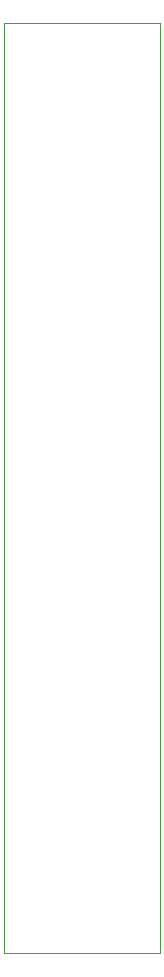
<source format=gbr>
%TF.GenerationSoftware,KiCad,Pcbnew,5.1.10*%
%TF.CreationDate,2021-05-25T21:42:46+02:00*%
%TF.ProjectId,ebaz_200to254,6562617a-5f32-4303-9074-6f3235342e6b,rev?*%
%TF.SameCoordinates,Original*%
%TF.FileFunction,Profile,NP*%
%FSLAX46Y46*%
G04 Gerber Fmt 4.6, Leading zero omitted, Abs format (unit mm)*
G04 Created by KiCad (PCBNEW 5.1.10) date 2021-05-25 21:42:46*
%MOMM*%
%LPD*%
G01*
G04 APERTURE LIST*
%TA.AperFunction,Profile*%
%ADD10C,0.050000*%
%TD*%
G04 APERTURE END LIST*
D10*
X132080000Y-110236000D02*
X145288000Y-110236000D01*
X145288000Y-110236000D02*
X145288000Y-84328000D01*
X132080000Y-84328000D02*
X132080000Y-110236000D01*
X145288000Y-84328000D02*
X145288000Y-57912000D01*
X132080000Y-57912000D02*
X132080000Y-84328000D01*
X145288000Y-57912000D02*
X145288000Y-31496000D01*
X132080000Y-31496000D02*
X132080000Y-57912000D01*
X145288000Y-31496000D02*
X132080000Y-31496000D01*
M02*

</source>
